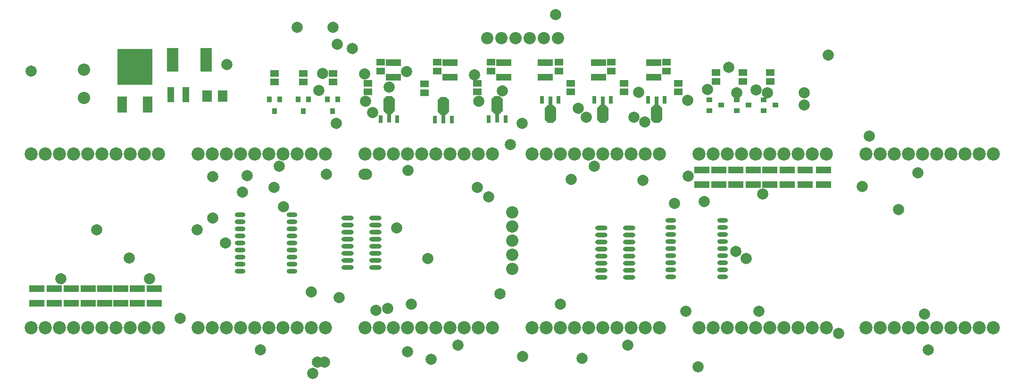
<source format=gbs>
%FSLAX23Y23*%
%MOIN*%
G70*
G01*
G75*
G04 Layer_Color=16711935*
%ADD10C,0.010*%
%ADD11C,0.024*%
%ADD12C,0.006*%
%ADD13C,0.079*%
%ADD14C,0.085*%
%ADD15C,0.071*%
%ADD16O,0.067X0.024*%
%ADD17O,0.079X0.024*%
%ADD18R,0.075X0.157*%
%ADD19R,0.059X0.110*%
%ADD20R,0.240X0.248*%
%ADD21R,0.063X0.071*%
%ADD22R,0.051X0.039*%
%ADD23R,0.102X0.043*%
%ADD24R,0.043X0.102*%
%ADD25R,0.024X0.033*%
%ADD26R,0.033X0.024*%
G04:AMPARAMS|DCode=27|XSize=71mil|YSize=118mil|CornerRadius=0mil|HoleSize=0mil|Usage=FLASHONLY|Rotation=0.000|XOffset=0mil|YOffset=0mil|HoleType=Round|Shape=Octagon|*
%AMOCTAGOND27*
4,1,8,-0.018,0.059,0.018,0.059,0.035,0.041,0.035,-0.041,0.018,-0.059,-0.018,-0.059,-0.035,-0.041,-0.035,0.041,-0.018,0.059,0.0*
%
%ADD27OCTAGOND27*%

%ADD28R,0.020X0.047*%
%ADD29R,0.020X0.063*%
%ADD30R,2.050X0.035*%
%ADD31R,0.430X0.030*%
%ADD32R,0.025X0.070*%
%ADD33R,0.025X0.060*%
%ADD34R,0.430X0.160*%
%ADD35R,0.335X0.160*%
%ADD36R,0.170X0.110*%
%ADD37R,0.040X0.150*%
%ADD38R,0.045X0.120*%
%ADD39R,1.490X0.055*%
%ADD40R,0.055X0.160*%
%ADD41R,0.060X0.410*%
%ADD42R,5.035X0.055*%
%ADD43R,0.050X0.485*%
%ADD44R,0.025X0.245*%
%ADD45R,0.025X0.285*%
%ADD46R,0.035X0.170*%
%ADD47R,0.035X0.185*%
%ADD48R,0.325X0.025*%
%ADD49R,0.085X1.180*%
%ADD50R,1.300X0.040*%
%ADD51R,0.045X0.150*%
%ADD52C,0.087*%
%ADD53C,0.093*%
%ADD54C,0.079*%
%ADD55O,0.075X0.032*%
%ADD56O,0.087X0.032*%
%ADD57R,0.083X0.165*%
%ADD58R,0.067X0.118*%
%ADD59R,0.248X0.256*%
%ADD60R,0.071X0.079*%
%ADD61R,0.059X0.047*%
%ADD62R,0.110X0.051*%
%ADD63R,0.051X0.110*%
%ADD64R,0.032X0.041*%
%ADD65R,0.041X0.032*%
G04:AMPARAMS|DCode=66|XSize=79mil|YSize=126mil|CornerRadius=0mil|HoleSize=0mil|Usage=FLASHONLY|Rotation=0.000|XOffset=0mil|YOffset=0mil|HoleType=Round|Shape=Octagon|*
%AMOCTAGOND66*
4,1,8,-0.020,0.063,0.020,0.063,0.039,0.043,0.039,-0.043,0.020,-0.063,-0.020,-0.063,-0.039,-0.043,-0.039,0.043,-0.020,0.063,0.0*
%
%ADD66OCTAGOND66*%

%ADD67R,0.028X0.055*%
%ADD68R,0.028X0.071*%
D52*
X4705Y2165D02*
D03*
Y2265D02*
D03*
Y2365D02*
D03*
Y2465D02*
D03*
Y2565D02*
D03*
X5030Y3800D02*
D03*
X4930D02*
D03*
X4830D02*
D03*
X4730D02*
D03*
X4630D02*
D03*
X4530D02*
D03*
X1679Y3575D02*
D03*
X1681Y3375D02*
D03*
D53*
X8105Y1750D02*
D03*
X8005D02*
D03*
X7905D02*
D03*
X7805D02*
D03*
X7705D02*
D03*
X7605D02*
D03*
X7505D02*
D03*
X7405D02*
D03*
X7305D02*
D03*
X7205D02*
D03*
X8105Y2980D02*
D03*
X8005D02*
D03*
X7905D02*
D03*
X7805D02*
D03*
X7705D02*
D03*
X7605D02*
D03*
X7505D02*
D03*
X7405D02*
D03*
X7305D02*
D03*
X7205D02*
D03*
X6925Y1750D02*
D03*
X6825D02*
D03*
X6725D02*
D03*
X6625D02*
D03*
X6525D02*
D03*
X6425D02*
D03*
X6325D02*
D03*
X6225D02*
D03*
X6125D02*
D03*
X6025D02*
D03*
X6925Y2980D02*
D03*
X6825D02*
D03*
X6725D02*
D03*
X6625D02*
D03*
X6525D02*
D03*
X6425D02*
D03*
X6325D02*
D03*
X6225D02*
D03*
X6125D02*
D03*
X6025D02*
D03*
X5745Y1750D02*
D03*
X5645D02*
D03*
X5545D02*
D03*
X5445D02*
D03*
X5345D02*
D03*
X5245D02*
D03*
X5145D02*
D03*
X5045D02*
D03*
X4945D02*
D03*
X4845D02*
D03*
X5745Y2980D02*
D03*
X5645D02*
D03*
X5545D02*
D03*
X5445D02*
D03*
X5345D02*
D03*
X5245D02*
D03*
X5145D02*
D03*
X5045D02*
D03*
X4945D02*
D03*
X4845D02*
D03*
X4565Y1750D02*
D03*
X4465D02*
D03*
X4365D02*
D03*
X4265D02*
D03*
X4165D02*
D03*
X4065D02*
D03*
X3965D02*
D03*
X3865D02*
D03*
X3765D02*
D03*
X3665D02*
D03*
X4565Y2980D02*
D03*
X4465D02*
D03*
X4365D02*
D03*
X4265D02*
D03*
X4165D02*
D03*
X4065D02*
D03*
X3965D02*
D03*
X3865D02*
D03*
X3765D02*
D03*
X3665D02*
D03*
X3385Y1750D02*
D03*
X3285D02*
D03*
X3185D02*
D03*
X3085D02*
D03*
X2985D02*
D03*
X2885D02*
D03*
X2785D02*
D03*
X2685D02*
D03*
X2585D02*
D03*
X2485D02*
D03*
X3385Y2980D02*
D03*
X3285D02*
D03*
X3185D02*
D03*
X3085D02*
D03*
X2985D02*
D03*
X2885D02*
D03*
X2785D02*
D03*
X2685D02*
D03*
X2585D02*
D03*
X2485D02*
D03*
X2205Y1750D02*
D03*
X2105D02*
D03*
X2005D02*
D03*
X1905D02*
D03*
X1805D02*
D03*
X1705D02*
D03*
X1605D02*
D03*
X1505D02*
D03*
X1405D02*
D03*
X1305D02*
D03*
X2205Y2980D02*
D03*
X2105D02*
D03*
X2005D02*
D03*
X1905D02*
D03*
X1805D02*
D03*
X1705D02*
D03*
X1605D02*
D03*
X1505D02*
D03*
X1405D02*
D03*
X1305D02*
D03*
D54*
X2361Y1815D02*
D03*
X7013Y1710D02*
D03*
X3827Y1888D02*
D03*
X3742Y1873D02*
D03*
X3965Y1579D02*
D03*
X6021Y1474D02*
D03*
X4619Y1991D02*
D03*
X7230Y3105D02*
D03*
X3969Y2863D02*
D03*
X6769Y3326D02*
D03*
X4693Y3048D02*
D03*
X4637Y3428D02*
D03*
X3462Y3196D02*
D03*
X6477Y2695D02*
D03*
X2144Y2096D02*
D03*
X1517Y2095D02*
D03*
X6938Y3680D02*
D03*
X6236Y3593D02*
D03*
X5231Y3239D02*
D03*
X5287Y2893D02*
D03*
X3889Y2458D02*
D03*
X4108Y2239D02*
D03*
X1998Y2242D02*
D03*
X2678Y2350D02*
D03*
X3660Y2835D02*
D03*
X3677D02*
D03*
X3470Y3758D02*
D03*
X3483Y1964D02*
D03*
X2589Y2527D02*
D03*
X5852Y2631D02*
D03*
X1305Y3567D02*
D03*
X4471Y3353D02*
D03*
X4776Y3196D02*
D03*
X5644Y3206D02*
D03*
X3339Y3429D02*
D03*
X3961Y3562D02*
D03*
X3718Y3272D02*
D03*
X4438Y3540D02*
D03*
X5945Y3360D02*
D03*
X5174Y3304D02*
D03*
X5600Y3417D02*
D03*
X6293Y3413D02*
D03*
X6087Y3438D02*
D03*
X6510Y3413D02*
D03*
X1768Y2442D02*
D03*
X2478D02*
D03*
X6358Y2241D02*
D03*
X6064Y2642D02*
D03*
X3835Y3454D02*
D03*
X2688Y3614D02*
D03*
X5565Y3239D02*
D03*
X6430Y3433D02*
D03*
X5628Y2794D02*
D03*
X3089Y2607D02*
D03*
X5122Y2801D02*
D03*
X3185Y3877D02*
D03*
X4458Y2742D02*
D03*
X3022Y2743D02*
D03*
X3393Y2836D02*
D03*
X6769Y3414D02*
D03*
X7573Y2848D02*
D03*
X5948Y2824D02*
D03*
X4541Y2678D02*
D03*
X3058Y2894D02*
D03*
X2588Y2821D02*
D03*
X4133Y1527D02*
D03*
X7620Y1848D02*
D03*
X3285Y2002D02*
D03*
X3297Y1428D02*
D03*
X5524Y1628D02*
D03*
X5045Y1915D02*
D03*
X3993D02*
D03*
X5933Y1868D02*
D03*
X6449Y1867D02*
D03*
X4322Y1628D02*
D03*
X3378Y1507D02*
D03*
X3329Y1506D02*
D03*
X2927Y1592D02*
D03*
X7647D02*
D03*
X5201Y1532D02*
D03*
X3662Y3547D02*
D03*
X3440Y3876D02*
D03*
X3367Y3551D02*
D03*
X3669Y3353D02*
D03*
X6285Y2290D02*
D03*
X2833Y2828D02*
D03*
X2800Y2710D02*
D03*
X4780Y1545D02*
D03*
X7435Y2585D02*
D03*
X7180Y2750D02*
D03*
X3575Y3725D02*
D03*
X5012Y3967D02*
D03*
D55*
X5827Y2110D02*
D03*
Y2160D02*
D03*
Y2210D02*
D03*
Y2260D02*
D03*
Y2310D02*
D03*
Y2360D02*
D03*
Y2410D02*
D03*
Y2460D02*
D03*
Y2510D02*
D03*
X6193Y2110D02*
D03*
Y2160D02*
D03*
Y2210D02*
D03*
Y2260D02*
D03*
Y2310D02*
D03*
Y2360D02*
D03*
Y2410D02*
D03*
Y2460D02*
D03*
Y2510D02*
D03*
X3148Y2550D02*
D03*
Y2500D02*
D03*
Y2450D02*
D03*
Y2400D02*
D03*
Y2350D02*
D03*
Y2300D02*
D03*
Y2250D02*
D03*
Y2200D02*
D03*
Y2150D02*
D03*
X2782Y2550D02*
D03*
Y2500D02*
D03*
Y2450D02*
D03*
Y2400D02*
D03*
Y2350D02*
D03*
Y2300D02*
D03*
Y2250D02*
D03*
Y2200D02*
D03*
Y2150D02*
D03*
D56*
X3542Y2175D02*
D03*
Y2225D02*
D03*
Y2275D02*
D03*
Y2325D02*
D03*
Y2375D02*
D03*
Y2425D02*
D03*
Y2475D02*
D03*
Y2525D02*
D03*
X3738Y2175D02*
D03*
Y2225D02*
D03*
Y2275D02*
D03*
Y2325D02*
D03*
Y2375D02*
D03*
Y2425D02*
D03*
Y2475D02*
D03*
Y2525D02*
D03*
X5533Y2457D02*
D03*
Y2407D02*
D03*
Y2357D02*
D03*
Y2307D02*
D03*
Y2257D02*
D03*
Y2207D02*
D03*
Y2157D02*
D03*
Y2107D02*
D03*
X5337Y2457D02*
D03*
Y2407D02*
D03*
Y2357D02*
D03*
Y2307D02*
D03*
Y2257D02*
D03*
Y2207D02*
D03*
Y2157D02*
D03*
Y2107D02*
D03*
D57*
X2307Y3645D02*
D03*
X2543D02*
D03*
D58*
X2128Y3329D02*
D03*
X1949D02*
D03*
D59*
X2039Y3598D02*
D03*
D60*
X2660Y3390D02*
D03*
X2550D02*
D03*
D61*
X3775Y3630D02*
D03*
Y3567D02*
D03*
X4175Y3630D02*
D03*
Y3567D02*
D03*
X4555Y3630D02*
D03*
Y3567D02*
D03*
X5035Y3630D02*
D03*
Y3567D02*
D03*
X5405Y3630D02*
D03*
Y3567D02*
D03*
X5795Y3630D02*
D03*
Y3567D02*
D03*
X5880Y3481D02*
D03*
Y3419D02*
D03*
X5495Y3481D02*
D03*
Y3419D02*
D03*
X5120Y3481D02*
D03*
Y3419D02*
D03*
X4460Y3481D02*
D03*
Y3419D02*
D03*
X4085Y3476D02*
D03*
Y3414D02*
D03*
X3685Y3481D02*
D03*
Y3419D02*
D03*
X3440Y3551D02*
D03*
Y3489D02*
D03*
X3230Y3551D02*
D03*
Y3489D02*
D03*
X3025Y3551D02*
D03*
Y3489D02*
D03*
X6145Y3556D02*
D03*
Y3494D02*
D03*
X6335Y3556D02*
D03*
Y3494D02*
D03*
X6530Y3556D02*
D03*
Y3494D02*
D03*
D62*
X1345Y1922D02*
D03*
Y2028D02*
D03*
X1470Y1922D02*
D03*
Y2028D02*
D03*
X1590Y1922D02*
D03*
Y2028D02*
D03*
X1710Y1922D02*
D03*
Y2028D02*
D03*
X1825Y1922D02*
D03*
Y2028D02*
D03*
X1940Y1922D02*
D03*
Y2028D02*
D03*
X2055Y1922D02*
D03*
Y2028D02*
D03*
X2175Y1922D02*
D03*
Y2028D02*
D03*
X6045Y2762D02*
D03*
Y2868D02*
D03*
X6165Y2762D02*
D03*
Y2868D02*
D03*
X6285Y2762D02*
D03*
Y2868D02*
D03*
X6410Y2762D02*
D03*
Y2868D02*
D03*
X6525Y2762D02*
D03*
Y2868D02*
D03*
X6650Y2762D02*
D03*
Y2868D02*
D03*
X6775Y2762D02*
D03*
Y2868D02*
D03*
X6905Y2762D02*
D03*
Y2868D02*
D03*
X3865Y3522D02*
D03*
Y3628D02*
D03*
X4265Y3522D02*
D03*
Y3628D02*
D03*
X4645Y3522D02*
D03*
Y3628D02*
D03*
X4940Y3522D02*
D03*
Y3628D02*
D03*
X5315Y3522D02*
D03*
Y3628D02*
D03*
X5705Y3522D02*
D03*
Y3628D02*
D03*
D63*
X2398Y3400D02*
D03*
X2292D02*
D03*
D64*
X3398Y3367D02*
D03*
X3472D02*
D03*
X3435Y3283D02*
D03*
X3193Y3367D02*
D03*
X3267D02*
D03*
X3230Y3283D02*
D03*
X2988Y3367D02*
D03*
X3062D02*
D03*
X3025Y3283D02*
D03*
D65*
X6098Y3288D02*
D03*
Y3362D02*
D03*
X6182Y3325D02*
D03*
X6293Y3288D02*
D03*
Y3362D02*
D03*
X6377Y3325D02*
D03*
X6483Y3288D02*
D03*
Y3362D02*
D03*
X6567Y3325D02*
D03*
D66*
X4600Y3326D02*
D03*
X4220Y3321D02*
D03*
X3835Y3326D02*
D03*
X5725Y3264D02*
D03*
X5345D02*
D03*
X4975D02*
D03*
D67*
X4541Y3228D02*
D03*
X4659D02*
D03*
X4161Y3223D02*
D03*
X4279D02*
D03*
X3776Y3228D02*
D03*
X3894D02*
D03*
X5784Y3362D02*
D03*
X5666D02*
D03*
X5404D02*
D03*
X5286D02*
D03*
X5034D02*
D03*
X4916D02*
D03*
D68*
X4600Y3236D02*
D03*
X4220Y3231D02*
D03*
X3835Y3236D02*
D03*
X5725Y3354D02*
D03*
X5345D02*
D03*
X4975D02*
D03*
M02*

</source>
